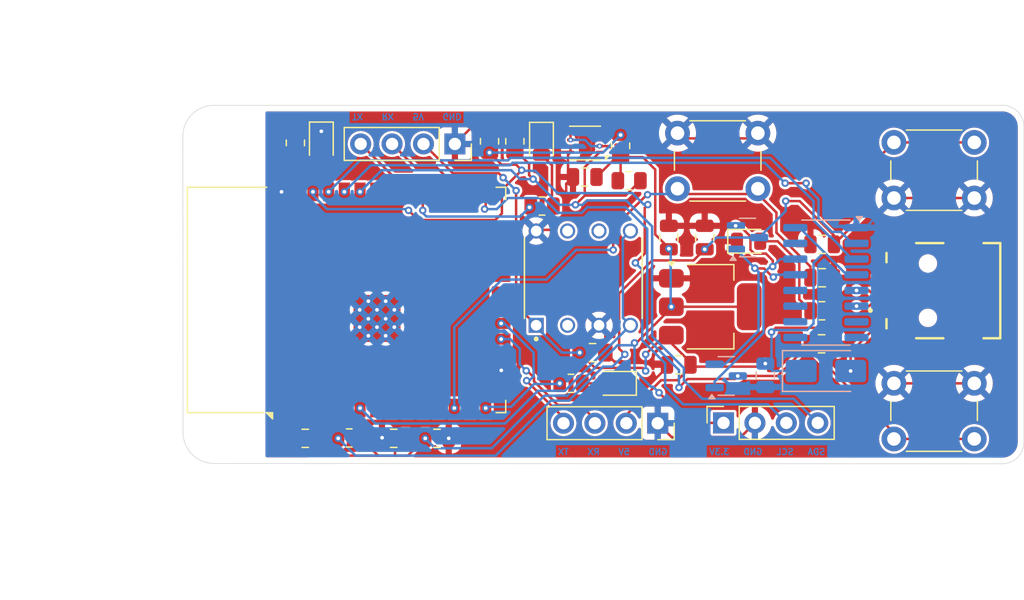
<source format=kicad_pcb>
(kicad_pcb (version 20240108) (generator "pcbnew") (generator_version "8.0")
  (layers (0 "F.Cu" signal) (31 "B.Cu" signal) (34 "B.Paste" user) (35 "F.Paste" user) (36 "B.SilkS" user "B.Silkscreen") (37 "F.SilkS" user "F.Silkscreen") (38 "B.Mask" user) (39 "F.Mask" user) (44 "Edge.Cuts" user))
  (net 0 "")
  (net 1 "GND")
  (net 2 "5V")
  (net 3 "ESP_EN")
  (net 4 "ESP_IO0")
  (net 5 "/BTN")
  (net 6 "3V3")
  (net 7 "Net-(D2-A)")
  (net 8 "Net-(D1-A)")
  (net 9 "/RXD2")
  (net 10 "/TXD2")
  (net 11 "/RXD1")
  (net 12 "/TXD1")
  (net 13 "/SCL")
  (net 14 "Net-(D3-A)")
  (net 15 "Net-(D4-A)")
  (net 16 "/SDA")
  (net 17 "Net-(Q1-G)")
  (net 18 "Net-(D5-A)")
  (net 19 "Net-(Q1-S)")
  (net 20 "Net-(U3-IO23)")
  (net 21 "Net-(U3-IO5)")
  (net 22 "Net-(U3-IO12)")
  (net 24 "RXD0")
  (net 29 "TXD0")
  (net 37 "/ADC0")
  (net 54 "/USB_N")
  (net 55 "/USB_P")
  (footprint "Capacitor_SMD:C_0805_2012Metric" (layer "F.Cu") (at 130.1 76.5 180)
    (property "Reference" "C1" (hide yes))
    (property "Value" "22uF/10V" (hide yes))
  )
  (footprint "Resistor_SMD:R_0805_2012Metric" (layer "F.Cu") (at 121.3875 78)
    (property "Reference" "R7" (hide yes))
    (property "Value" "2k" (hide yes))
  )
  (footprint "Capacitor_SMD:C_0805_2012Metric" (layer "F.Cu") (at 129.3 66.2 90)
    (property "Reference" "C2" (hide yes))
    (property "Value" "22uF/10V" (hide yes))
  )
  (footprint "Capacitor_SMD:C_0805_2012Metric" (layer "F.Cu") (at 107.05 82.45)
    (property "Reference" "C8" (hide yes))
    (property "Value" "0.1uF/50V" (hide yes))
  )
  (footprint "Capacitor_SMD:C_0805_2012Metric" (layer "F.Cu") (at 99.9 82.45)
    (property "Reference" "C6" (hide yes))
    (property "Value" "0.1uF/50V" (hide yes))
  )
  (footprint "Button_Switch_THT:SW_PUSH_6mm" (layer "F.Cu") (at 130 57.75)
    (property "Reference" "SW3" (hide yes))
    (property "Value" "SW_Push" (hide yes))
  )
  (footprint "Resistor_SMD:R_0805_2012Metric" (layer "F.Cu") (at 99.1 58.5375 90)
    (property "Reference" "R5" (hide yes))
    (property "Value" "2k" (hide yes))
  )
  (footprint "Resistor_SMD:R_0805_2012Metric" (layer "F.Cu") (at 103.45 82.42 180)
    (property "Reference" "R2" (hide yes))
    (property "Value" "10k" (hide yes))
  )
  (footprint "Package_TO_SOT_SMD:SOT-223-3_TabPin2" (layer "F.Cu") (at 132.65 71.8)
    (property "Reference" "U1" (hide yes))
    (property "Value" "AMS1117-3.3" (hide yes))
  )
  (footprint "Connector_PinSocket_2.54mm:PinSocket_1x04_P2.54mm_Vertical" (layer "F.Cu") (at 128.4 81.225 -90)
    (property "Reference" "J3" (hide yes))
    (property "Value" "Conn_01x04_Socket" (hide yes))
  )
  (footprint "Button_Switch_THT:SW_PUSH_6mm" (layer "F.Cu") (at 154 63 180)
    (property "Reference" "SW1" (hide yes))
    (property "Value" "SW_Push" (hide yes))
  )
  (footprint "OPT101P:DIP762W46P254L952H419Q8" (layer "F.Cu") (at 122.3825 69.485 90)
    (property "Reference" "U4" (hide yes))
    (property "Value" "OPT101P" (hide yes))
  )
  (footprint "Capacitor_SMD:C_0805_2012Metric" (layer "F.Cu") (at 110.55 82.45 180)
    (property "Reference" "C7" (hide yes))
    (property "Value" "22uF/10V" (hide yes))
  )
  (footprint "Capacitor_SMD:C_0805_2012Metric" (layer "F.Cu") (at 132.2 66.2 -90)
    (property "Reference" "C4" (hide yes))
    (property "Value" "1uF" (hide yes))
  )
  (footprint "Capacitor_SMD:C_0805_2012Metric_Pad1.18x1.45mm_HandSolder" (layer "F.Cu") (at 123.1275 75.515 180)
    (property "Reference" "C11" (hide yes))
    (property "Value" "0.1uF" (hide yes))
  )
  (footprint "Connector_PinSocket_2.54mm:PinSocket_1x04_P2.54mm_Vertical" (layer "F.Cu") (at 133.72 81.2 90)
    (property "Reference" "J4" (hide yes))
    (property "Value" "Conn_01x04_Socket" (hide yes))
  )
  (footprint "Button_Switch_THT:SW_PUSH_6mm" (layer "F.Cu") (at 147.5 78)
    (property "Reference" "SW2" (hide yes))
    (property "Value" "SW_Push" (hide yes))
  )
  (footprint "LED_SMD:LED_0805_2012Metric" (layer "F.Cu") (at 124.9875 78 180)
    (property "Reference" "D5" (hide yes))
    (property "Value" "LED" (hide yes))
  )
  (footprint "Resistor_SMD:R_0805_2012Metric" (layer "F.Cu") (at 125.4 58.775 90)
    (property "Reference" "R9" (hide yes))
    (property "Value" "4.7k" (hide yes))
  )
  (footprint "Resistor_SMD:R_0805_2012Metric" (layer "F.Cu") (at 141.68 72.126666 180)
    (property "Reference" "R1" (hide yes))
    (property "Value" "2k" (hide yes))
  )
  (footprint "Capacitor_SMD:C_0805_2012Metric" (layer "F.Cu") (at 141.7 69.453333 180)
    (property "Reference" "C10" (hide yes))
    (property "Value" "0.1uF/50V" (hide yes))
  )
  (footprint "Connector_PinSocket_2.54mm:PinSocket_1x04_P2.54mm_Vertical" (layer "F.Cu") (at 112 58.625 -90)
    (property "Reference" "J2" (hide yes))
    (property "Value" "Conn_01x04_Socket" (hide yes))
  )
  (footprint "Capacitor_SMD:C_0805_2012Metric" (layer "F.Cu") (at 122.5 61.3)
    (property "Reference" "C12" (hide yes))
    (property "Value" "100nF" (hide yes))
  )
  (footprint "Capacitor_SMD:C_0805_2012Metric" (layer "F.Cu") (at 141.7 66.75)
    (property "Reference" "C5" (hide yes))
    (property "Value" "0.1uF/50V" (hide yes))
  )
  (footprint "Resistor_SMD:R_0805_2012Metric" (layer "F.Cu") (at 119.05 63.65)
    (property "Reference" "R6" (hide yes))
    (property "Value" "2k" (hide yes))
  )
  (footprint "Resistor_SMD:R_0805_2012Metric" (layer "F.Cu") (at 114.8 58.4125 90)
    (property "Reference" "R4" (hide yes))
    (property "Value" "2k2" (hide yes))
  )
  (footprint "Sensor_Humidity:Sensirion_DFN-8-1EP_2.5x2.5mm_P0.5mm_EP1.1x1.7mm" (layer "F.Cu") (at 122.525 58.55 180)
    (property "Reference" "U5" (hide yes))
    (property "Value" "SHT31-DIS" (hide yes))
  )
  (footprint "RF_Module:ESP32-WROOM-32D" (layer "F.Cu") (at 106.23 71.25 90)
    (property "Reference" "U3" (hide yes))
    (property "Value" "ESP32-WROOM-32D" (hide yes))
  )
  (footprint "Capacitor_SMD:C_0805_2012Metric" (layer "F.Cu") (at 141.65 74.8 180)
    (property "Reference" "C9" (hide yes))
    (property "Value" "0.1uF/50V" (hide yes))
  )
  (footprint "LED_SMD:LED_0805_2012Metric" (layer "F.Cu") (at 135.75 66.5)
    (property "Reference" "D1" (hide yes))
    (property "Value" "RED LED" (hide yes))
  )
  (footprint "Resistor_SMD:R_0805_2012Metric" (layer "F.Cu") (at 116.85 58.4125 90)
    (property "Reference" "R3" (hide yes))
    (property "Value" "2k2" (hide yes))
  )
  (footprint "USB_B_Micro:SAMTEC_MUSB-05-X-AB-SM-A" (layer "F.Cu") (at 150.25 70.5 90)
    (property "Reference" "J1" (hide yes))
    (property "Value" "USB_B_Micro" (hide yes))
  )
  (footprint "LED_SMD:LED_0805_2012Metric" (layer "F.Cu") (at 101.2 58.5375 -90)
    (property "Reference" "D3" (hide yes))
    (property "Value" "LED" (hide yes))
  )
  (footprint "LED_SMD:LED_0805_2012Metric" (layer "F.Cu") (at 119 58.5625 -90)
    (property "Reference" "D4" (hide yes))
    (property "Value" "LED" (hide yes))
  )
  (footprint "Resistor_SMD:R_0805_2012Metric" (layer "F.Cu") (at 126.0875 61.6)
    (property "Reference" "R8" (hide yes))
    (property "Value" "4.7k" (hide yes))
  )
  (footprint "Package_SO:SOIC-16_3.9x9.9mm_P1.27mm" (layer "B.Cu") (at 142 69.845 180)
    (property "Reference" "U2" (hide yes))
    (property "Value" "CH340C" (hide yes))
  )
  (footprint "Capacitor_SMD:C_0805_2012Metric" (layer "B.Cu") (at 137.1 77.35 -90)
    (property "Reference" "C3" (hide yes))
    (property "Value" "100nF" (hide yes))
  )
  (footprint "Package_TO_SOT_SMD:SOT-23" (layer "B.Cu") (at 135.6625 66.2)
    (property "Reference" "Q1" (hide yes))
    (property "Value" "BSS138" (hide yes))
  )
  (footprint "Package_TO_SOT_SMD:SOT-23" (layer "B.Cu") (at 133.9375 77.4)
    (property "Reference" "Q2" (hide yes))
    (property "Value" "BSS138" (hide yes))
  )
  (footprint "Diode_SMD:D_SMA" (layer "B.Cu") (at 142 77)
    (property "Reference" "D2" (hide yes))
    (property "Value" "SS14" (hide yes))
  )
  (gr_line (start 90.017767 81.982233) (end 90 58) (stroke (width 0.05)) (layer "Edge.Cuts"))
  (gr_line (start 156.262563 84.512563) (end 92.517767 84.482233) (stroke (width 0.05)) (layer "Edge.Cuts"))
  (gr_arc (start 156.263333 55.495595) (mid 157.5 56) (end 158.013333 57.232987) (stroke (width 0.05)) (layer "Edge.Cuts"))
  (gr_line (start 158.012563 57.237437) (end 158.012563 82.762563) (stroke (width 0.05)) (layer "Edge.Cuts"))
  (gr_arc (start 92.517767 84.482233) (mid 90.75 83.75) (end 90.017767 81.982233) (stroke (width 0.05)) (layer "Edge.Cuts"))
  (gr_line (start 92.5 55.5) (end 156.262563 55.5) (stroke (width 0.05)) (layer "Edge.Cuts"))
  (gr_arc (start 90 58) (mid 90.732233 56.232233) (end 92.5 55.5) (stroke (width 0.05)) (layer "Edge.Cuts"))
  (gr_arc (start 158.012563 82.762563) (mid 157.5 84) (end 156.262563 84.512563) (stroke (width 0.05)) (layer "Edge.Cuts"))
  (gr_text "User\n" (at 128.375 58.9 90) (layer "F.Cu") (effects (font (size 0.5 0.5) (thickness 0.1) (bold yes)) (justify left bottom)))
  (gr_text "Boot" (at 145.75 83.5 90) (layer "F.Cu") (effects (font (size 0.5 0.5) (thickness 0.1) (bold yes)) (justify left bottom)))
  (gr_text "En\n" (at 145.8 64.4 90) (layer "F.Cu") (effects (font (size 0.5 0.5) (thickness 0.1) (bold yes)) (justify left bottom)))
  (gr_text "SDA   SCL   GND   3.3V    \n\n\n\n" (at 142 86.25 0) (layer "B.Cu") (effects (font (size 0.5 0.5) (thickness 0.1) (bold yes)) (justify left bottom mirror)))
  (gr_text " TX    RX    5V    GND\n\n\n" (at 103.25 54.5 180) (layer "B.Cu") (effects (font (size 0.5 0.5) (thickness 0.1) (bold yes)) (justify left bottom mirror)))
  (gr_text "GND    5V    RX    TX\n\n\n\n" (at 129.25 86.25 0) (layer "B.Cu") (effects (font (size 0.5 0.5) (thickness 0.1) (bold yes)) (justify left bottom mirror)))
  (segment (start 125.925 77.6) (end 126.025 77.5) (width 0.2) (layer "F.Cu") (net 1))
  (segment (start 118.0625 56.6875) (end 119 57.625) (width 0.2) (layer "F.Cu") (net 1))
  (segment (start 129.15 76.7) (end 129.15 76.5) (width 0.2) (layer "F.Cu") (net 1))
  (segment (start 121.55 61.3) (end 121.15 60.9) (width 0.2) (layer "F.Cu") (net 1))
  (segment (start 126.175 78.25) (end 127.6 78.25) (width 0.2) (layer "F.Cu") (net 1))
  (segment (start 98.95 82.45) (end 97.98 81.48) (width 0.2) (layer "F.Cu") (net 1))
  (segment (start 121.55 61.3) (end 121 61.85) (width 0.2) (layer "F.Cu") (net 1))
  (segment (start 112 58.625) (end 113.9375 56.6875) (width 0.2) (layer "F.Cu") (net 1))
  (segment (start 129.3 65.25) (end 132.2 65.25) (width 0.2) (layer "F.Cu") (net 1))
  (segment (start 129.525 82.35) (end 135.11 82.35) (width 0.2) (layer "F.Cu") (net 1))
  (segment (start 124.165 73.8125) (end 123.6525 73.3) (width 0.2) (layer "F.Cu") (net 1))
  (segment (start 122.275 58.8) (end 121.35 58.8) (width 0.2) (layer "F.Cu") (net 1))
  (segment (start 124.165 75.515) (end 124.165 73.8125) (width 0.2) (layer "F.Cu") (net 1))
  (segment (start 119.675 65.575) (end 118.375 65.575) (width 0.2) (layer "F.Cu") (net 1))
  (segment (start 124.165 75.515) (end 124.9 76.25) (width 0.2) (layer "F.Cu") (net 1))
  (segment (start 121 61.85) (end 121 64.25) (width 0.2) (layer "F.Cu") (net 1))
  (segment (start 129.5 69.5) (end 131.8125 69.5) (width 0.2) (layer "F.Cu") (net 1))
  (segment (start 122.525 58.55) (end 122.275 58.8) (width 0.2) (layer "F.Cu") (net 1))
  (segment (start 136.5 58.175) (end 130 58.175) (width 0.2) (layer "F.Cu") (net 1))
  (segment (start 125.925 78) (end 126.175 78.25) (width 0.2) (layer "F.Cu") (net 1))
  (segment (start 122.525 58.55) (end 122.525 57.695) (width 0.2) (layer "F.Cu") (net 1))
  (segment (start 113.9375 56.6875) (end 118.0625 56.6875) (width 0.2) (layer "F.Cu") (net 1))
  (segment (start 131.8125 69.5) (end 134.8125 66.5) (width 0.2) (layer "F.Cu") (net 1))
  (segment (start 135.11 82.35) (end 136.26 81.2) (width 0.2) (layer "F.Cu") (net 1))
  (segment (start 147.5 63) (end 154 63) (width 0.2) (layer "F.Cu") (net 1))
  (segment (start 119.275 57.35) (end 119 57.625) (width 0.2) (layer "F.Cu") (net 1))
  (segment (start 147.5 78) (end 154 78) (width 0.2) (layer "F.Cu") (net 1))
  (segment (start 121.35 58.8) (end 121.35 59.3) (width 0.2) (layer "F.Cu") (net 1))
  (segment (start 128.9 76.25) (end 129.15 76.5) (width 0.2) (layer "F.Cu") (net 1))
  (segment (start 121 64.25) (end 119.675 65.575) (width 0.2) (layer "F.Cu") (net 1))
  (segment (start 127.6 78.25) (end 129.15 76.7) (width 0.2) (layer "F.Cu") (net 1))
  (segment (start 122.18 57.35) (end 119.275 57.35) (width 0.2) (layer "F.Cu") (net 1))
  (segment (start 121.15 59.5) (end 121.35 59.3) (width 0.2) (layer "F.Cu") (net 1))
  (segment (start 121.15 60.9) (end 121.15 59.5) (width 0.2) (layer "F.Cu") (net 1))
  (segment (start 97.98 81.48) (end 97.98 80) (width 0.2) (layer "F.Cu") (net 1))
  (segment (start 128.4 81.225) (end 129.525 82.35) (width 0.2) (layer "F.Cu") (net 1))
  (segment (start 122.525 57.695) (end 122.18 57.35) (width 0.2) (layer "F.Cu") (net 1))
  (segment (start 124.9 76.25) (end 128.9 76.25) (width 0.2) (layer "F.Cu") (net 1))
  (via (at 111.5 82.45) (size 0.6) (drill 0.3) (layers "F.Cu" "B.Cu") (net 1))
  (via (at 101.2 57.6) (size 0.6) (drill 0.3) (layers "F.Cu" "B.Cu") (net 1))
  (via (at 106.1125 82.4) (size 0.6) (drill 0.3) (layers "F.Cu" "B.Cu") (net 1))
  (via (at 115.75 76.95) (size 0.6) (drill 0.3) (layers "F.Cu" "B.Cu") (net 1))
  (via (at 97.98 62.5) (size 0.6) (drill 0.3) (layers "F.Cu" "B.Cu") (net 1))
  (segment (start 145.2 65.4) (end 147.5 63.1) (width 0.2) (layer "B.Cu") (net 1))
  (segment (start 144.475 65.4) (end 145.2 65.4) (width 0.2) (layer "B.Cu") (net 1))
  (segment (start 147.5 63.1) (end 147.5 63) (width 0.2) (layer "B.Cu") (net 1))
  (segment (start 127.175 76.75) (end 123.325 76.75) (width 0.2) (layer "F.Cu") (net 2))
  (segment (start 118.5725 73.3) (end 116.95 71.6775) (width 0.2) (layer "F.Cu") (net 2))
  (segment (start 137.95 73.5) (end 141.219166 73.5) (width 0.2) (layer "F.Cu") (net 2))
  (segment (start 130 77.75) (end 128.665686 77.75) (width 0.2) (layer "F.Cu") (net 2))
  (segment (start 136.85 76.65) (end 137.1 76.4) (width 0.2) (layer "F.Cu") (net 2))
  (segment (start 125.86 81.225) (end 125.875 81.225) (width 0.2) (layer "F.Cu") (net 2))
  (segment (start 129.6 74.1) (end 129.6 74.85) (width 0.2) (layer "F.Cu") (net 2))
  (segment (start 115.55 61) (end 115.9 61.35) (width 0.2) (layer "F.Cu") (net 2))
  (segment (start 128.975 74.1) (end 129.6 74.1) (width 0.2) (layer "F.Cu") (net 2))
  (segment (start 109.46 58.625) (end 111.835 61) (width 0.2) (layer "F.Cu") (net 2))
  (segment (start 129.6 74.85) (end 131.05 76.3) (width 0.2) (layer "F.Cu") (net 2))
  (segment (start 127.425 77) (end 127.175 76.75) (width 0.2) (layer "F.Cu") (net 2))
  (segment (start 131.2 76.65) (end 136.85 76.65) (width 0.2) (layer "F.Cu") (net 2))
  (segment (start 131.05 76.3) (end 131.05 76.7) (width 0.2) (layer "F.Cu") (net 2))
  (segment (start 131.05 76.5) (end 131.2 76.65) (width 0.2) (layer "F.Cu") (net 2))
  (segment (start 125.86 80.555686) (end 125.86 81.225) (width 0.2) (layer "F.Cu") (net 2))
  (segment (start 127.425 75.65) (end 128.975 74.1) (width 0.2) (layer "F.Cu") (net 2))
  (segment (start 125.875 81.225) (end 125.9 81.2) (width 0.2) (layer "F.Cu") (net 2))
  (segment (start 131.05 76.7) (end 130 77.75) (width 0.2) (layer "F.Cu") (net 2))
  (segment (start 141.219166 73.5) (end 142.5925 72.126666) (width 0.2) (layer "F.Cu") (net 2))
  (segment (start 137.6 73.85) (end 137.95 73.5) (width 0.2) (layer "F.Cu") (net 2))
  (segment (start 116.95 62.4) (end 116.95 71.6775) (width 0.2) (layer "F.Cu") (net 2))
  (segment (start 128.665686 77.75) (end 125.86 80.555686) (width 0.2) (layer "F.Cu") (net 2))
  (segment (start 123.325 76.75) (end 122.09 75.515) (width 0.2) (layer "F.Cu") (net 2))
  (segment (start 111.835 61) (end 115.55 61) (width 0.2) (layer "F.Cu") (net 2))
  (via (at 127.425 77) (size 0.6) (drill 0.3) (layers "F.Cu" "B.Cu") (net 2))
  (via (at 137.1 76.4) (size 0.6) (drill 0.3) (layers "F.Cu" "B.Cu") (net 2))
  (via (at 122.09 75.515) (size 0.6) (drill 0.3) (layers "F.Cu" "B.Cu") (net 2))
  (via (at 115.9 61.35) (size 0.6) (drill 0.3) (layers "F.Cu" "B.Cu") (net 2))
  (via (at 127.425 75.65) (size 0.6) (drill 0.3) (layers "F.Cu" "B.Cu") (net 2))
  (via (at 116.95 62.4) (size 0.6) (drill 0.3) (layers "F.Cu" "B.Cu") (net 2))
  (via (at 137.6 73.85) (size 0.6) (drill 0.3) (layers "F.Cu" "B.Cu") (net 2))
  (segment (start 139.870552 65.4) (end 139.525 65.4) (width 0.2) (layer "B.Cu") (net 2))
  (segment (start 137.7 77) (end 137.1 76.4) (width 0.2) (layer "B.Cu") (net 2))
  (segment (start 141.860276 67.389724) (end 139.870552 65.4) (width 0.2) (layer "B.Cu") (net 2))
  (segment (start 137.6 73.85) (end 137.76 73.69) (width 0.2) (layer "B.Cu") (net 2))
  (segment (start 127.425 75.65) (end 127.425 77) (width 0.2) (layer "B.Cu") (net 2))
  (segment (start 140 77) (end 137.7 77) (width 0.2) (layer "B.Cu") (net 2))
  (segment (start 118.39 73.205) (end 118.375 73.205) (width 0.2) (layer "B.Cu") (net 2))
  (segment (start 137.6 75.9) (end 137.1 76.4) (width 0.2) (layer "B.Cu") (net 2))
  (segment (start 122.09 75.515) (end 120.65125 75.515) (width 0.2) (layer "B.Cu") (net 2))
  (segment (start 137.76 73.69) (end 140.470552 73.69) (width 0.2) (layer "B.Cu") (net 2))
  (segment (start 144.475 69.21) (end 143.680552 69.21) (width 0.2) (layer "B.Cu") (net 2))
  (segment (start 115.9 61.35) (end 116.95 62.4) (width 0.2) (layer "B.Cu") (net 2))
  (segment (start 141 68.25) (end 141.860276 67.389724) (width 0.2) (layer "B.Cu") (net 2))
  (segment (start 140.470552 73.69) (end 141 73.160552) (width 0.2) (layer "B.Cu") (net 2))
  (segment (start 137.6 73.85) (end 137.6 75.9) (width 0.2) (layer "B.Cu") (net 2))
  (segment (start 120.65125 75.515) (end 118.5725 73.43625) (width 0.2) (layer "B.Cu") (net 2))
  (segment (start 143.680552 69.21) (end 141.860276 67.389724) (width 0.2) (layer "B.Cu") (net 2))
  (segment (start 141 73.160552) (end 141 68.25) (width 0.2) (layer "B.Cu") (net 2))
  (segment (start 118.5725 73.43625) (end 118.5725 73.3) (width 0.2) (layer "B.Cu") (net 2))
  (segment (start 125.741303 75.65) (end 125.2825 75.191197) (width 0.2) (layer "F.Cu") (net 3))
  (segment (start 127.95 68.05) (end 131.3 68.05) (width 0.2) (layer "F.Cu") (net 3))
  (segment (start 144.942091 64.457909) (end 144.878609 64.394427) (width 0.2) (layer "F.Cu") (net 3))
  (segment (start 100.6 80.08) (end 100.52 80) (width 0.2) (layer "F.Cu") (net 3))
  (segment (start 100.6 82.2) (end 100.6 80.08) (width 0.2) (layer "F.Cu") (net 3))
  (segment (start 142.65 66.025) (end 142.65 66.75) (width 0.2) (layer "F.Cu") (net 3))
  (segment (start 125.2825 70.7175) (end 127.95 68.05) (width 0.2) (layer "F.Cu") (net 3))
  (segment (start 131.3 68.05) (end 132.2 67.15) (width 0.2) (layer "F.Cu") (net 3))
  (segment (start 144.878609 61.121391) (end 147.5 58.5) (width 0.2) (layer "F.Cu") (net 3))
  (segment (start 100.5675 82.1675) (end 100.85 82.45) (width 0.2) (layer "F.Cu") (net 3))
  (segment (start 102.5375 82.425) (end 102.5375 82.42) (width 0.2) (layer "F.Cu") (net 3))
  (segment (start 138.75 63.25) (end 139.875 63.25) (width 0.2) (layer "F.Cu") (net 3))
  (segment (start 102.5075 82.45) (end 102.5075 82.45) (width 0.2) (layer "F.Cu") (net 3))
  (segment (start 102.5625 82.45) (end 102.5075 82.45) (width 0.2) (layer "F.Cu") (net 3))
  (segment (start 102.5075 82.45) (end 102.5125 82.445) (width 0.2) (layer "F.Cu") (net 3))
  (segment (start 102.5125 82.445) (end 102.5125 82.45) (width 0.2) (layer "F.Cu") (net 3))
  (segment (start 100.85 82.45) (end 100.6 82.2) (width 0.2) (layer "F.Cu") (net 3))
  (segment (start 154 58.5) (end 147.5 58.5) (width 0.2) (layer "F.Cu") (net 3))
  (segment (start 139.875 63.25) (end 142.65 66.025) (width 0.2) (layer "F.Cu") (net 3))
  (segment (start 142.65 66.75) (end 144.942091 64.457909) (width 0.2) (layer "F.Cu") (net 3))
  (segment (start 100.85 82.45) (end 102.5075 82.45) (width 0.2) (layer "F.Cu") (net 3))
  (segment (start 125.2825 75.191197) (end 125.2825 70.7175) (width 0.2) (layer "F.Cu") (net 3))
  (segment (start 102.5625 82.45) (end 102.5375 82.425) (width 0.2) (layer "F.Cu") (net 3))
  (segment (start 144.878609 64.394427) (end 144.878609 61.121391) (width 0.2) (layer "F.Cu") (net 3))
  (segment (start 102.5125 82.45) (end 102.5075 82.45) (width 0.2) (layer "F.Cu") (net 3))
  (via (at 102.5625 82.45) (size 0.6) (drill 0.3) (layers "F.Cu" "B.Cu") (net 3))
  (via (at 125.741303 75.65) (size 0.6) (drill 0.3) (layers "F.Cu" "B.Cu") (net 3))
  (via (at 132.2 67.15) (size 0.6) (drill 0.3) (layers "F.Cu" "B.Cu") (net 3))
  (via (at 138.75 63.25) (size 0.6) (drill 0.3) (layers "F.Cu" "B.Cu") (net 3))
  (segment (start 121.231372 79.4) (end 119.75 79.4) (width 0.2) (layer "B.Cu") (net 3))
  (segment (start 132.2 67.15) (end 133.15 66.2) (width 0.2) (layer "B.Cu") (net 3))
  (segment (start 138.75 63.25) (end 138.75 64.05) (width 0.2) (layer "B.Cu") (net 3))
  (segment (start 119.75 79.4) (end 115.3 83.85) (width 0.2) (layer "B.Cu") (net 3))
  (segment (start 115.3 83.85) (end 103.9625 83.85) (width 0.2) (layer "B.Cu") (net 3))
  (segment (start 124.741303 76.65) (end 123.981372 76.65) (width 0.2) (layer "B.Cu") (net 3))
  (segment (start 133.15 66.2) (end 136.6 66.2) (width 0.2) (layer "B.Cu") (net 3))
  (segment (start 103.9625 83.85) (end 102.5625 82.45) (width 0.2) (layer "B.Cu") (net 3))
  (segment (start 125.741303 75.65) (end 124.741303 76.65) (width 0.2) (layer "B.Cu") (net 3))
  (segment (start 138.75 64.05) (end 136.6 66.2) (width 0.2) (layer "B.Cu") (net 3))
  (segment (start 123.981372 76.65) (end 121.231372 79.4) (width 0.2) (layer "B.Cu") (net 3))
  (segment (start 114.4 63.9) (end 114.49 63.81) (width 0.2) (layer "F.Cu") (net 4))
  (segment (start 138.1 77.4) (end 134.875 77.4) (width 0.2) (layer "F.Cu") (net 4))
  (segment (start 114.49 63.81) (end 114.49 62.5) (width 0.2) (layer "F.Cu") (net 4))
  (segment (start 130.11767 78.338349) (end 130.806019 77.65) (width 0.2) (layer "F.Cu") (net 4))
  (segment (start 154 82.5) (end 147.5 82.5) (width 0.2) (layer "F.Cu") (net 4))
  (segment (start 134.625 77.65) (end 134.875 77.4) (width 0.2) (layer "F.Cu") (net 4))
  (segment (start 140.7 75.2) (end 140.7 74.8) (width 0.2) (layer "F.Cu") (net 4))
  (segment (start 147.5 82) (end 140.7 75.2) (width 0.2) (layer "F.Cu") (net 4))
  (segment (start 140.7 74.8) (end 138.1 77.4) (width 0.2) (layer "F.Cu") (net 4))
  (segment (start 147.5 82.5) (end 147.5 82) (width 0.2) (layer "F.Cu") (net 4))
  (segment (start 130.806019 77.65) (end 134.625 77.65) (width 0.2) (layer "F.Cu") (net 4))
  (via (at 114.4 63.9) (size 0.6) (drill 0.3) (layers "F.Cu" "B.Cu") (net 4))
  (via (at 130.11767 78.338349) (size 0.6) (drill 0.3) (layers "F.Cu" "B.Cu") (net 4))
  (via (at 134.875 77.4) (size 0.6) (drill 0.3) (layers "F.Cu" "B.Cu") (net 4))
  (segment (start 114.4 63.9) (end 115.385785 63.9) (width 0.2) (layer "B.Cu") (net 4))
  (segment (start 122.248529 64.2) (end 122.698529 63.75) (width 0.2) (layer "B.Cu") (net 4))
  (segment (start 127.55 65.5) (end 127.55 74.360784) (width 0.2) (layer "B.Cu") (net 4))
  (segment (start 119.15 63) (end 120.35 64.2) (width 0.2) (layer "B.Cu") (net 4))
  (segment (start 115.385785 63.9) (end 116.285785 63) (width 0.2) (layer "B.Cu") (net 4))
  (segment (start 120.35 64.2) (end 122.248529 64.2) (width 0.2) (layer "B.Cu") (net 4))
  (segment (start 116.285785 63) (end 119.15 63) (width 0.2) (layer "B.Cu") (net 4))
  (segment (start 130.11767 76.928454) (end 130.11767 78.338349) (width 0.2) (layer "B.Cu") (net 4))
  (segment (start 122.698529 63.75) (end 125.8 63.75) (width 0.2) (layer "B.Cu") (net 4))
  (segment (start 125.8 63.75) (end 127.55 65.5) (width 0.2) (layer "B.Cu") (net 4))
  (segment (start 127.55 74.360784) (end 130.11767 76.928454) (width 0.2) (layer "B.Cu") (net 4))
  (segment (start 127.51548 62.73452) (end 124.8 65.45) (width 0.2) (layer "F.Cu") (net 5))
  (segment (start 136.5 62.675) (end 130 62.675) (width 0.2) (layer "F.Cu") (net 5))
  (segment (start 127.579994 62.73452) (end 127.51548 62.73452) (width 0.2) (layer "F.Cu") (net 5))
  (segment (start 140.75 69.453333) (end 140.75 68.55) (width 0.2) (layer "F.Cu") (net 5))
  (segment (start 138 64.175) (end 136.5 62.675) (width 0.2) (layer "F.Cu") (net 5))
  (segment (start 138 65.8) (end 138 64.175) (width 0.2) (layer "F.Cu") (net 5))
  (segment (start 124.8 65.45) (end 124.8 67.2) (width 0.2) (layer "F.Cu") (net 5))
  (segment (start 140.75 68.55) (end 138 65.8) (width 0.2) (layer "F.Cu") (net 5))
  (via (at 127.579994 62.73452) (size 0.6) (drill 0.3) (layers "F.Cu" "B.Cu") (net 5))
  (via (at 124.8 67.2) (size 0.6) (drill 0.3) (layers "F.Cu" "B.Cu") (net 5))
  (via (at 111.95 80) (size 0.6) (drill 0.3) (layers "F.Cu" "B.Cu") (net 5))
  (segment (start 124.8 67.2) (end 121.8 67.2) (width 0.2) (layer "B.Cu") (net 5))
  (segment (start 115.8 69.6) (end 111.95 73.45) (width 0.2) (layer "B.Cu") (net 5))
  (segment (start 127.579994 62.73452) (end 127.639514 62.675) (width 0.2) (layer "B.Cu") (net 5))
  (segment (start 111.95 73.45) (end 111.95 80) (width 0.2) (layer "B.Cu") (net 5))
  (segment (start 127.639514 62.675) (end 130 62.675) (width 0.2) (layer "B.Cu") (net 5))
  (segment (start 121.8 67.2) (end 119.4 69.6) (width 0.2) (layer "B.Cu") (net 5))
  (segment (start 119.4 69.6) (end 115.8 69.6) (width 0.2) (layer "B.Cu") (net 5))
  (segment (start 128.2 65.95) (end 128.2 60.7) (width 0.2) (layer "F.Cu") (net 6))
  (segment (start 129.3 67.1) (end 129.3 67.05) (width 0.2) (layer "F.Cu") (net 6))
  (segment (start 108 82.45) (end 107.1625 83.2875) (width 0.2) (layer "F.Cu") (net 6))
  (segment (start 114.8 57.5) (end 116.85 57.5) (width 0.2) (layer "F.Cu") (net 6))
  (segment (start 125.4 59.6875) (end 125.4 61.375) (width 0.2) (layer "F.Cu") (net 6))
  (segment (start 125.4 61.4) (end 125.2 61.6) (width 0.2) (layer "F.Cu") (net 6))
  (segment (start 127.1875 59.6875) (end 125.4 59.6875) (width 0.2) (layer "F.Cu") (net 6))
  (segment (start 133.72 81.2) (end 130.95 81.2) (width 0.2) (layer "F.Cu") (net 6))
  (segment (start 117.9 58.55) (end 119.75 58.55) (width 0.2) (layer "F.Cu") (net 6))
  (segment (start 109.6 82.45) (end 109.6 82.45) (width 0.2) (layer "F.Cu") (net 6))
  (segment (start 120.5 57.8) (end 121.35 57.8) (width 0.2) (layer "F.Cu") (net 6))
  (segment (start 129.5 71.9) (end 129.5 71.8) (width 0.2) (layer "F.Cu") (net 6))
  (segment (start 121.35 58.3) (end 121.35 57.8) (width 0.2) (layer "F.Cu") (net 6))
  (segment (start 129.5 71.8) (end 135.8 71.8) (width 0.2) (layer "F.Cu") (net 6))
  (segment (start 125.4 61.375) (end 125.175 61.6) (width 0.2) (layer "F.Cu") (net 6))
  (segment (start 99.25 80.53) (end 99.25 80) (width 0.2) (layer "F.Cu") (net 6))
  (segment (start 119.75 58.55) (end 120.5 57.8) (width 0.2) (layer "F.Cu") (net 6))
  (segment (start 126.525 74.725) (end 126.675 74.725) (width 0.2) (layer "F.Cu") (net 6))
  (segment (start 99.9 83.009744) (end 99.9 81.18) (width 0.2) (layer "F.Cu") (net 6))
  (segment (start 129.3 67.05) (end 128.2 65.95) (width 0.2) (layer "F.Cu") (net 6))
  (segment (start 130.95 81.2) (end 128.507108 78.757108) (width 0.2) (layer "F.Cu") (net 6))
  (segment (start 125.0625 59.6875) (end 125.4 59.6875) (width 0.2) (layer "F.Cu") (net 6))
  (segment (start 108.2 83.85) (end 107.1625 83.85) (width 0.2) (layer "F.Cu") (net 6))
  (segment (start 108.2 83.85) (end 109.6 82.45) (width 0.2) (layer "F.Cu") (net 6))
  (segment (start 123.7 58.8) (end 124.5125 58.8) (width 0.2) (layer "F.Cu") (net 6))
  (segment (start 129.3 67.15) (end 129.3 67.1) (width 0.2) (layer "F.Cu") (net 6))
  (segment (start 123.45 61.3) (end 125.0625 59.6875) (width 0.2) (layer "F.Cu") (net 6))
  (segment (start 107.1625 83.2875) (end 107.1625 83.85) (width 0.2) (layer "F.Cu") (net 6))
  (segment (start 124.5125 58.8) (end 125.4 59.6875) (width 0.2) (layer "F.Cu") (net 6))
  (segment (start 105.7925 83.85) (end 100.740256 83.85) (width 0.2) (layer "F.Cu") (net 6))
  (segment (start 99.9 81.18) (end 99.25 80.53) (width 0.2) (layer "F.Cu") (net 6))
  (segment (start 126.675 74.725) (end 129.5 71.9) (width 0.2) (layer "F.Cu") (net 6))
  (segment (start 105.7925 83.85) (end 104.3625 82.42) (width 0.2) (layer "F.Cu") (net 6))
  (segment (start 128.2 60.7) (end 127.1875 59.6875) (width 0.2) (layer "F.Cu") (net 6))
  (segment (start 116.85 57.5) (end 117.9 58.55) (width 0.2) (layer "F.Cu") (net 6))
  (segment (start 125.2 61.6) (end 125.175 61.6) (width 0.2) (layer "F.Cu") (net 6))
  (segment (start 107.1625 83.85) (end 105.7925 83.85) (width 0.2) (layer "F.Cu") (net 6))
  (segment (start 100.740256 83.85) (end 99.9 83.009744) (width 0.2) (layer "F.Cu") (net 6))
  (via (at 121.35 58.3) (size 0.4) (drill 0.2) (layers "F.Cu" "B.Cu") (net 6))
  (via (at 123.7 58.8) (size 0.4) (drill 0.2) (layers "F.Cu" "B.Cu") (net 6))
  (via (at 109.6 82.45) (size 0.6) (drill 0.3) (layers "F.Cu" "B.Cu") (net 6))
  (via (at 126.525 74.725) (size 0.6) (drill 0.3) (layers "F.Cu" "B.Cu") (net 6))
  (via (at 128.507108 78.757108) (size 0.6) (drill 0.3) (layers "F.Cu" "B.Cu") (net 6))
  (via (at 129.5 71.8) (size 0.6) (drill 0.3) (layers "F.Cu" "B.Cu") (net 6))
  (via (at 129.3 67.1) (size 0.6) (drill 0.3) (layers "F.Cu" "B.Cu") (net 6))
  (segment (start 110.4 83.25) (end 109.6 82.45) (width 0.2) (layer "B.Cu") (net 6))
  (segment (start 114.984314 83.25) (end 110.4 83.25) (width 0.2) (layer "B.Cu") (net 6))
  (segment (start 123.01 58.8) (end 122.51 58.3) (width 0.2) (layer "B.Cu") (net 6))
  (segment (start 122.51 58.3) (end 121.35 58.3) (width 0.2) (layer "B.Cu") (net 6))
  (segment (start 126.525 74.725) (end 126.525 76.948529) (width 0.2) (layer "B.Cu") (net 6))
  (segment (start 129.3 67.1) (end 129.45 67.25) (width 0.2) (layer "B.Cu") (net 6))
  (segment (start 126.525 74.725) (end 126.332605 74.917395) (width 0.2) (layer "B.Cu") (net 6))
  (segment (start 127.851471 78.275) (end 128.025 78.275) (width 0.2) (layer "B.Cu") (net 6))
  (segment (start 126.525 76.948529) (end 127.851471 78.275) (width 0.2) (layer "B.Cu") (net 6))
  (segment (start 129.45 71.75) (end 129.5 71.8) (width 0.2) (layer "B.Cu") (net 6))
  (segment (start 126.332605 74.917395) (end 125.148291 74.917395) (width 0.2) (layer "B.Cu") (net 6))
  (segment (start 123.7 58.8) (end 123.01 58.8) (width 0.2) (layer "B.Cu") (net 6))
  (segment (start 121.065686 79) (end 119.234314 79) (width 0.2) (layer "B.Cu") (net 6))
  (segment (start 119.234314 79) (end 114.984314 83.25) (width 0.2) (layer "B.Cu") (net 6))
  (segment (start 125.148291 74.917395) (end 121.065686 79) (width 0.2) (layer "B.Cu") (net 6))
  (segment (start 129.45 67.25) (end 129.45 71.75) (width 0.2) (layer "B.Cu") (net 6))
  (segment (start 128.025 78.275) (end 128.507108 78.757108) (width 0.2) (layer "B.Cu") (net 6))
  (segment (start 147.37 72.1) (end 144 75.47) (width 0.2) (layer "F.Cu") (net 7))
  (segment (start 144 75.47) (end 144 77) (width 0.2) (layer "F.Cu") (net 7))
  (via (at 144 77) (size 0.6) (drill 0.3) (layers "F.Cu" "B.Cu") (net 7))
  (segment (start 138.1 66.5) (end 136.6875 66.5) (width 0.2) (layer "F.Cu") (net 8))
  (segment (start 139.85 71.209166) (end 139.85 68.25) (width 0.2) (layer "F.Cu") (net 8))
  (segment (start 139.85 68.25) (end 138.1 66.5) (width 0.2) (layer "F.Cu") (net 8))
  (segment (start 140.7675 72.126666) (end 139.85 71.209166) (width 0.2) (layer "F.Cu") (net 8))
  (segment (start 108.845 60.55) (end 110.55 60.55) (width 0.2) (layer "F.Cu") (net 9))
  (segment (start 110.55 60.55) (end 112.03 62.03) (width 0.2) (layer "F.Cu") (net 9))
  (segment (start 106.82 58.525) (end 108.845 60.55) (width 0.2) (layer "F.Cu") (net 9))
  (segment (start 112.03 62.42) (end 111.95 62.5) (width 0.2) (layer "F.Cu") (net 9))
  (segment (start 106.82 58.45) (end 106.82 58.525) (width 0.2) (layer "F.Cu") (net 9))
  (segment (start 112.03 62.03) (end 112.03 62.42) (width 0.2) (layer "F.Cu") (net 9))
  (segment (start 110 61.25) (end 107.005 61.25) (width 0.2) (layer "F.Cu") (net 10))
  (segment (start 107.005 61.25) (end 104.38 58.625) (width 0.2) (layer "F.Cu") (net 10))
  (segment (start 110.68 62.5) (end 110.76 62.42) (width 0.2) (layer "F.Cu") (net 10))
  (segment (start 110.76 62.42) (end 110.76 62.01) (width 0.2) (layer "F.Cu") (net 10))
  (segment (start 110.76 62.01) (end 110 61.25) (width 0.2) (layer "F.Cu") (net 10))
  (segment (start 117.765437 76.983093) (end 117.849276 76.983093) (width 0.2) (layer "F.Cu") (net 11))
  (segment (start 118.4 77.533817) (end 118.4 77.834314) (width 0.2) (layer "F.Cu") (net 11))
  (segment (start 122.15 79.75) (end 123.36 80.96) (width 0.2) (layer "F.Cu") (net 11))
  (segment (start 117.849276 76.983093) (end 118.4 77.533817) (width 0.2) (layer "F.Cu") (net 11))
  (segment (start 120.315686 79.75) (end 122.15 79.75) (width 0.2) (layer "F.Cu") (net 11))
  (segment (start 118.4 77.834314) (end 120.315686 79.75) (width 0.2) (layer "F.Cu") (net 11))
  (segment (start 123.36 80.96) (end 123.36 81.2) (width 0.2) (layer "F.Cu") (net 11))
  (via (at 117.765437 76.983093) (size 0.6) (drill 0.3) (layers "F.Cu" "B.Cu") (net 11))
  (via (at 115.74 74.42) (size 0.6) (drill 0.3) (layers "F.Cu" "B.Cu") (net 11))
  (segment (start 117.25 76.467656) (end 117.765437 76.983093) (width 0.2) (layer "B.Cu") (net 11))
  (segment (start 117.25 75.2) (end 117.25 76.467656) (width 0.2) (layer "B.Cu") (net 11))
  (segment (start 116.47 74.42) (end 117.25 75.2) (width 0.2) (layer "B.Cu") (net 11))
  (segment (start 115.74 74.42) (end 116.47 74.42) (width 0.2) (layer "B.Cu") (net 11))
  (segment (start 117.8 77.782346) (end 117.8 77.8) (width 0.2) (layer "F.Cu") (net 12))
  (segment (start 120.82 80.82) (end 120.82 81.2) (width 0.2) (layer "F.Cu") (net 12))
  (segment (start 117.8 77.8) (end 120.82 80.82) (width 0.2) (layer "F.Cu") (net 12))
  (via (at 117.8 77.782346) (size 0.6) (drill 0.3) (layers "F.Cu" "B.Cu") (net 12))
  (via (at 115.74 73.15) (size 0.6) (drill 0.3) (layers "F.Cu" "B.Cu") (net 12))
  (segment (start 118.365437 75.515437) (end 118.365437 77.434563) (width 0.2) (layer "B.Cu") (net 12))
  (segment (start 115.74 73.15) (end 116 73.15) (width 0.2) (layer "B.Cu") (net 12))
  (segment (start 118.365437 77.434563) (end 118.017654 77.782346) (width 0.2) (layer "B.Cu") (net 12))
  (segment (start 118.017654 77.782346) (end 117.8 77.782346) (width 0.2) (layer "B.Cu") (net 12))
  (segment (start 116 73.15) (end 118.365437 75.515437) (width 0.2) (layer "B.Cu") (net 12))
  (segment (start 116.95 60.3) (end 115.775 60.3) (width 0.2) (layer "F.Cu") (net 13))
  (segment (start 115.27 64.78) (end 109.03 64.78) (width 0.2) (layer "F.Cu") (net 13))
  (segment (start 127.35 67.495) (end 126.595 68.25) (width 0.2) (layer "F.Cu") (net 13))
  (segment (start 115.8 62.35) (end 115.8 64.25) (width 0.2) (layer "F.Cu") (net 13))
  (segment (start 115.8 64.25) (end 115.27 64.78) (width 0.2) (layer "F.Cu") (net 13))
  (segment (start 109.03 64.78) (end 108.25 64) (width 0.2) (layer "F.Cu") (net 13))
  (segment (start 117.4 60.75) (end 115.8 62.35) (width 0.2) (layer "F.Cu") (net 13))
  (segment (start 125.4 57.8625) (end 125.4 57.9) (width 0.2) (layer "F.Cu") (net 13))
  (segment (start 115.775 60.3) (end 114.8 59.325) (width 0.2) (layer "F.Cu") (net 13))
  (segment (start 125.4 57.9) (end 125.3 57.8) (width 0.2) (layer "F.Cu") (net 13))
  (segment (start 117.4 60.75) (end 116.95 60.3) (width 0.2) (layer "F.Cu") (net 13))
  (segment (start 125.3 57.8) (end 123.7 57.8) (width 0.2) (layer "F.Cu") (net 13))
  (segment (start 127.6 63.534272) (end 127.35 63.784272) (width 0.2) (layer "F.Cu") (net 13))
  (segment (start 127.35 63.784272) (end 127.35 67.495) (width 0.2) (layer "F.Cu") (net 13))
  (via (at 126.595 68.25) (size 0.6) (drill 0.3) (layers "F.Cu" "B.Cu") (net 13))
  (via (at 125.4 57.9) (size 0.6) (drill 0.3) (layers "F.Cu" "B.Cu") (net 13))
  (via (at 127.6 63.534272) (size 0.6) (drill 0.3) (layers "F.Cu" "B.Cu") (net 13))
  (via (at 108.25 64) (size 0.6) (drill 0.3) (layers "F.Cu" "B.Cu") (net 13))
  (via (at 117.4 60.75) (size 0.6) (drill 0.3) (layers "F.Cu" "B.Cu") (net 13))
  (via (at 100.52 62.5) (size 0.6) (drill 0.3) (layers "F.Cu" "B.Cu") (net 13))
  (via (at 114.8 59.325) (size 0.6) (drill 0.3) (layers "F.Cu" "B.Cu") (net 13))
  (segment (start 138.71 81.11) (end 138.71 81.25) (width 0.2) (layer "B.Cu") (net 13))
  (segment (start 123.975 59.325) (end 114.8 59.325) (width 0.2) (layer "B.Cu") (net 13))
  (segment (start 137.3 79.7) (end 138.71 81.11) (width 0.2) (layer "B.Cu") (net 13))
  (segment (start 126.35 62.6) (end 120.3 62.6) (width 0.2) (layer "B.Cu") (net 13))
  (segment (start 126.595 68.25) (end 127.15 68.805) (width 0.2) (layer "B.Cu") (net 13))
  (segment (start 100.52 62.77) (end 100.52 62.5) (width 0.2) (layer "B.Cu") (net 13))
  (segment (start 125.4 57.9) (end 123.975 59.325) (width 0.2) (layer "B.Cu") (net 13))
  (segment (start 108.15 63.9) (end 101.65 63.9) (width 0.2) (layer "B.Cu") (net 13))
  (segment (start 117.45 60.8) (end 117.4 60.75) (width 0.2) (layer "B.Cu") (net 13))
  (segment (start 129 76.37647) (end 129 78.25) (width 0.2) (layer "B.Cu") (net 13))
  (segment (start 101.65 63.9) (end 100.52 62.77) (width 0.2) (layer "B.Cu") (net 13))
  (segment (start 127.15 68.805) (end 127.15 74.52647) (width 0.2) (layer "B.Cu") (net 13))
  (segment (start 127.284272 63.534272) (end 126.35 62.6) (width 0.2) (layer "B.Cu") (net 13))
  (segment (start 120.3 62.6) (end 118.5 60.8) (width 0.2) (layer "B.Cu") (net 13))
  (segment (start 127.6 63.534272) (end 127.284272 63.534272) (width 0.2) (layer "B.Cu") (net 13))
  (segment (start 130.45 79.7) (end 137.3 79.7) (width 0.2) (layer "B.Cu") (net 13))
  (segment (start 129 78.25) (end 130.45 79.7) (width 0.2) (layer "B.Cu") (net 13))
  (segment (start 118.5 60.8) (end 117.45 60.8) (width 0.2) (layer "B.Cu") (net 13))
  (segment (start 108.25 64) (end 108.15 63.9) (width 0.2) (layer "B.Cu") (net 13))
  (segment (start 127.15 74.52647) (end 129 76.37647) (width 0.2) (layer "B.Cu") (net 13))
  (segment (start 99.35 57.625) (end 101.2 59.475) (width 0.2) (layer "F.Cu") (net 14))
  (segment (start 99.1 57.625) (end 99.35 57.625) (width 0.2) (layer "F.Cu") (net 14))
  (segment (start 119.85 63.65) (end 119.85 60.35) (width 0.2) (layer "F.Cu") (net 15))
  (segment (start 119.8 63.7) (end 119.85 63.65) (width 0.2) (layer "F.Cu") (net 15))
  (segment (start 119.85 60.35) (end 119 59.5) (width 0.2) (layer "F.Cu") (net 15))
  (segment (start 118 61.14853) (end 118 60.25) (width 0.2) (layer "F.Cu") (net 16))
  (segment (start 121.75 63.55) (end 122.5 62.8) (width 0.2) (layer "F.Cu") (net 16))
  (segment (start 122.5 62.8) (end 122.5 60.5) (width 0.2) (layer "F.Cu") (net 16))
  (segment (start 125.8 62.8) (end 122.5 62.8) (width 0.2) (layer "F.Cu") (net 16))
  (segment (start 117.075 59.325) (end 116.85 59.325) (width 0.2) (layer "F.Cu") (net 16))
  (segment (start 118.325735 61.474265) (end 118 61.14853) (width 0.2) (layer "F.Cu") (net 16))
  (segment (start 118 60.25) (end 117.075 59.325) (width 0.2) (layer "F.Cu") (net 16))
  (segment (start 117.125 59.375) (end 116.9 59.375) (width 0.2) (layer "F.Cu") (net 16))
  (segment (start 125.8 62.8) (end 127 61.6) (width 0.2) (layer "F.Cu") (net 16))
  (segment (start 122.5 60.5) (end 123.7 59.3) (width 0.2) (layer "F.Cu") (net 16))
  (via (at 104.33 62.5) (size 0.6) (drill 0.3) (layers "F.Cu" "B.Cu") (net 16))
  (via (at 118.325735 61.474265) (size 0.6) (drill 0.3) (layers "F.Cu" "B.Cu") (net 16))
  (via (at 121.75 63.55) (size 0.6) (drill 0.3) (layers "F.Cu" "B.Cu") (net 16))
  (segment (start 122.332843 63.55) (end 122.682843 63.2) (width 0.2) (layer "B.Cu") (net 16))
  (segment (start 127.95 74.195098) (end 130.51767 76.762768) (width 0.2) (layer "B.Cu") (net 16))
  (segment (start 130.51767 76.762768) (end 130.51767 77.76767) (width 0.2) (layer "B.Cu") (net 16))
  (segment (start 139.39 79.25) (end 141.25 81.11) (width 0.2) (layer "B.Cu") (net 16))
  (segment (start 141.25 81.11) (end 141.25 81.25) (width 0.2) (layer "B.Cu") (net 16))
  (segment (start 120.45 63.55) (end 118.374265 61.474265) (width 0.2) (layer "B.Cu") (net 16))
  (segment (start 127.95 65.3) (end 127.95 74.195098) (width 0.2) (layer "B.Cu") (net 16))
  (segment (start 132 79.25) (end 139.39 79.25) (width 0.2) (layer "B.Cu") (net 16))
  (segment (start 106.08 60.75) (end 104.33 62.5) (width 0.2) (layer "B.Cu") (net 16))
  (segment (start 118.325735 61.474265) (end 117.275736 61.474265) (width 0.2) (layer "B.Cu") (net 16))
  (segment (start 117.275736 61.474265) (end 116.551471 60.75) (width 0.2) (layer "B.Cu") (net 16))
  (segment (start 118.374265 61.474265) (end 118.325735 61.474265) (width 0.2) (layer "B.Cu") (net 16))
  (segment (start 116.551471 60.75) (end 106.08 60.75) (width 0.2) (layer "B.Cu") (net 16))
  (segment (start 121.75 63.55) (end 122.332843 63.55) (width 0.2) (layer "B.Cu") (net 16))
  (segment (start 121.75 63.55) (end 120.45 63.55) (width 0.2) (layer "B.Cu") (net 16))
  (segment (start 125.85 63.2) (end 127.95 65.3) (width 0.2) (layer "B.Cu") (net 16))
  (segment (start 122.682843 63.2) (end 125.85 63.2) (width 0.2) (layer "B.Cu") (net 16))
  (segment (start 130.51767 77.76767) (end 132 79.25) (width 0.2) (layer "B.Cu") (net 16))
  (segment (start 136.275 68.7) (end 137.001471 68.7) (width 0.2) (layer "F.Cu") (net 17))
  (segment (start 137.701471 69.4) (end 137.75 69.4) (width 0.2) (layer "F.Cu") (net 17))
  (segment (start 137.001471 68.7) (end 137.701471 69.4) (width 0.2) (layer "F.Cu") (net 17))
  (segment (start 136.256671 68.681671) (end 136.275 68.7) (width 0.2) (layer "F.Cu") (net 17))
  (via (at 137.75 69.4) (size 0.6) (drill 0.3) (layers "F.Cu" "B.Cu") (net 17))
  (via (at 136.256671 68.681671) (size 0.6) (drill 0.3) (layers "F.Cu" "B.Cu") (net 17))
  (segment (start 136.256671 68.681671) (end 134.725 67.15) (width 0.2) (layer "B.Cu") (net 17))
  (segment (start 133.84834 76.45) (end 133 76.45) (width 0.2) (layer "B.Cu") (net 17))
  (segment (start 136.55 68.975) (end 136.55 73.74834) (width 0.2) (layer "B.Cu") (net 17))
  (segment (start 136.256671 68.681671) (end 136.55 68.975) (width 0.2) (layer "B.Cu") (net 17))
  (segment (start 137.75 69.4) (end 137.94 69.21) (width 0.2) (layer "B.Cu") (net 17))
  (segment (start 136.55 73.74834) (end 133.84834 76.45) (width 0.2) (layer "B.Cu") (net 17))
  (segment (start 137.94 69.21) (end 139.525 69.21) (width 0.2) (layer "B.Cu") (net 17))
  (segment (start 122.3 78) (end 124.05 78) (width 0.2) (layer "F.Cu") (net 18))
  (segment (start 135.9 67.188232) (end 135.9 66.111768) (width 0.2) (layer "F.Cu") (net 19))
  (segment (start 136.211768 67.5) (end 135.9 67.188232) (width 0.2) (layer "F.Cu") (net 19))
  (segment (start 137.15 67.5) (end 136.211768 67.5) (width 0.2) (layer "F.Cu") (net 19))
  (segment (start 135.9 66.111768) (end 135.038232 65.25) (width 0.2) (layer "F.Cu") (net 19))
  (segment (start 137.7 68.05) (end 137.15 67.5) (width 0.2) (layer "F.Cu") (net 19))
  (segment (start 135.038232 65.25) (end 134.7 65.25) (width 0.2) (layer "F.Cu") (net 19))
  (segment (start 137.7 68.55) (end 137.7 68.05) (width 0.2) (layer "F.Cu") (net 19))
  (via (at 134.7 65.25) (size 0.6) (drill 0.3) (layers "F.Cu" "B.Cu") (net 19))
  (via (at 137.7 68.55) (size 0.6) (drill 0.3) (layers "F.Cu" "B.Cu") (net 19))
  (segment (start 133 77.864026) (end 133 78.35) (width 0.2) (layer "B.Cu") (net 19))
  (segment (start 136.95 69.1) (end 136.95 73.914026) (width 0.2) (layer "B.Cu") (net 19))
  (segment (start 137.7 68.55) (end 138.31 67.94) (width 0.2) (layer "B.Cu") (net 19))
  (segment (start 138.31 67.94) (end 139.525 67.94) (width 0.2) (layer "B.Cu") (net 19))
  (segment (start 137.7 68.55) (end 137.5 68.55) (width 0.2) (layer "B.Cu") (net 19))
  (segment (start 137.5 68.55) (end 136.95 69.1) (width 0.2) (layer "B.Cu") (net 19))
  (segment (start 136.95 73.914026) (end 133 77.864026) (width 0.2) (layer "B.Cu") (net 19))
  (segment (start 99.33 62.42) (end 99.25 62.5) (width 0.2) (layer "F.Cu") (net 20))
  (segment (start 99.1 59.45) (end 99.33 59.68) (width 0.2) (layer "F.Cu") (net 20))
  (segment (start 99.33 59.68) (end 99.33 62.42) (width 0.2) (layer "F.Cu") (net 20))
  (segment (start 109.4 62.64) (end 109.49 62.55) (width 0.2) (layer "F.Cu") (net 21))
  (segment (start 109.4 62.51) (end 109.41 62.5) (width 0.2) (layer "F.Cu") (net 21))
  (segment (start 109.4 64.2) (end 109.4 62.51) (width 0.2) (layer "F.Cu") (net 21))
  (via (at 118.03125 63.75625) (size 0.6) (drill 0.3) (layers "F.Cu" "B.Cu") (net 21))
  (via (at 109.4 64) (size 0.6) (drill 0.3) (layers "F.Cu" "B.Cu") (net 21))
  (segment (start 118.03125 63.75625) (end 117.2875 64.5) (width 0.2) (layer "B.Cu") (net 21))
  (segment (start 117.2875 64.5) (end 109.7 64.5) (width 0.2) (layer "B.Cu") (net 21))
  (segment (start 109.7 64.5) (end 109.4 64.2) (width 0.2) (layer "B.Cu") (net 21))
  (via (at 120.475 78) (size 0.6) (drill 0.3) (layers "F.Cu" "B.Cu") (net 22))
  (via (at 114.49 80) (size 0.6) (drill 0.3) (layers "F.Cu" "B.Cu") (net 22))
  (segment (start 114.49 80) (end 114.59 79.9) (width 0.2) (layer "B.Cu") (net 22))
  (segment (start 118.4 78.05) (end 120.425 78.05) (width 0.2) (layer "B.Cu") (net 22))
  (segment (start 116.55 79.9) (end 118.4 78.05) (width 0.2) (layer "B.Cu") (net 22))
  (segment (start 120.425 78.05) (end 120.475 78) (width 0.2) (layer "B.Cu") (net 22))
  (segment (start 114.59 79.9) (end 116.55 79.9) (width 0.2) (layer "B.Cu") (net 22))
  (segment (start 138.702572 61.801102) (end 138.700735 61.799265) (width 0.2) (layer "F.Cu") (net 24))
  (segment (start 140.399632 61.801102) (end 138.702572 61.801102) (width 0.2) (layer "F.Cu") (net 24))
  (via (at 103.06 62.5) (size 0.6) (drill 0.3) (layers "F.Cu" "B.Cu") (net 24))
  (via (at 138.700735 61.799265) (size 0.6) (drill 0.3) (layers "F.Cu" "B.Cu") (net 24))
  (via (at 140.399632 61.801102) (size 0.6) (drill 0.3) (layers "F.Cu" "B.Cu") (net 24))
  (segment (start 140.399632 61.801102) (end 140.399632 62.083946) (width 0.2) (layer "B.Cu") (net 24))
  (segment (start 116.665686 60.15) (end 116.465686 60.35) (width 0.2) (layer "B.Cu") (net 24))
  (segment (start 137.05147 60.15) (end 116.665686 60.15) (width 0.2) (layer "B.Cu") (net 24))
  (segment (start 140.399632 62.083946) (end 141.4 63.084314) (width 0.2) (layer "B.Cu") (net 24))
  (segment (start 142.495686 65.740552) (end 143.2 65.740552) (width 0.2) (layer "B.Cu") (net 24))
  (segment (start 143.2 65.740552) (end 144.129448 66.67) (width 0.2) (layer "B.Cu") (net 24))
  (segment (start 105.21 60.35) (end 103.06 62.5) (width 0.2) (layer "B.Cu") (net 24))
  (segment (start 144.129448 66.67) (end 144.475 66.67) (width 0.2) (layer "B.Cu") (net 24))
  (segment (start 116.465686 60.35) (end 105.21 60.35) (width 0.2) (layer "B.Cu") (net 24))
  (segment (start 141.4 63.084314) (end 141.4 64.644866) (width 0.2) (layer "B.Cu") (net 24))
  (segment (start 141.4 64.644866) (end 142.495686 65.740552) (width 0.2) (layer "B.Cu") (net 24))
  (segment (start 138.700735 61.799265) (end 137.05147 60.15) (width 0.2) (layer "B.Cu") (net 24))
  (via (at 101.79 62.5) (size 0.6) (drill 0.3) (layers "F.Cu" "B.Cu") (net 29))
  (segment (start 141 64.810552) (end 142.33 66.140552) (width 0.2) (layer "B.Cu") (net 29))
  (segment (start 142.33 66.140552) (end 142.390552 66.140552) (width 0.2) (layer "B.Cu") (net 29))
  (segment (start 101.79 62.5) (end 104.34 59.95) (width 0.2) (layer "B.Cu") (net 29))
  (segment (start 104.34 59.95) (end 116.3 59.95) (width 0.2) (layer "B.Cu") (net 29))
  (segment (start 143.2 66.95) (end 143.2 67.010552) (width 0.2) (layer "B.Cu") (net 29))
  (segment (start 143.2 67.010552) (end 144.129448 67.94) (width 0.2) (layer "B.Cu") (net 29))
  (segment (start 137.5 59.75) (end 141 63.25) (width 0.2) (layer "B.Cu") (net 29))
  (segment (start 144.129448 67.94) (end 144.475 67.94) (width 0.2) (layer "B.Cu") (net 29))
  (segment (start 116.5 59.75) (end 137.5 59.75) (width 0.2) (layer "B.Cu") (net 29))
  (segment (start 142.390552 66.140552) (end 143.2 66.95) (width 0.2) (layer "B.Cu") (net 29))
  (segment (start 116.3 59.95) (end 116.5 59.75) (width 0.2) (layer "B.Cu") (net 29))
  (segment (start 141 63.25) (end 141 64.810552) (width 0.2) (layer "B.Cu") (net 29))
  (via (at 104.33 80) (size 0.6) (drill 0.3) (layers "F.Cu" "B.Cu") (net 37))
  (segment (start 126.1925 73.3) (end 125.5825 72.69) (width 0.2) (layer "B.Cu") (net 37))
  (segment (start 120.8925 78.6) (end 126.1925 73.3) (width 0.2) (layer "B.Cu") (net 37))
  (segment (start 105.58 81.25) (end 116.065686 81.25) (width 0.2) (layer "B.Cu") (net 37))
  (segment (start 125.5825 66.28) (end 126.1925 65.67) (width 0.2) (layer "B.Cu") (net 37))
  (segment (start 104.33 80) (end 105.58 81.25) (width 0.2) (layer "B.Cu") (net 37))
  (segment (start 126.01 73.4825) (end 126.01 73.38) (width 0.2) (layer "B.Cu") (net 37))
  (segment (start 125.5825 72.69) (end 125.5825 66.28) (width 0.2) (layer "B.Cu") (net 37))
  (segment (start 116.065686 81.25) (end 118.715686 78.6) (width 0.2) (layer "B.Cu") (net 37))
  (segment (start 118.715686 78.6) (end 120.8925 78.6) (width 0.2) (layer "B.Cu") (net 37))
  (segment (start 147.206397 71.3) (end 147.006397 71.5) (width 0.2) (layer "F.Cu") (net 54))
  (segment (start 147.37 71.3) (end 147.206397 71.3) (width 0.2) (layer "F.Cu") (net 54))
  (segment (start 147.006397 71.5) (end 145.75 71.5) (width 0.2) (layer "F.Cu") (net 54))
  (segment (start 145.75 71.5) (end 145.5 71.75) (width 0.2) (layer "F.Cu") (net 54))
  (segment (start 145.5 71.75) (end 144.475 71.75) (width 0.2) (layer "F.Cu") (net 54))
  (via (at 144.475 71.75) (size 0.6) (drill 0.3) (layers "F.Cu" "B.Cu") (net 54))
  (segment (start 145.48 70.48) (end 144.475 70.48) (width 0.2) (layer "F.Cu") (net 55))
  (segment (start 147.37 70.5) (end 147.17 70.7) (width 0.2) (layer "F.Cu") (net 55))
  (segment (start 147.17 70.7) (end 145.7 70.7) (width 0.2) (layer "F.Cu") (net 55))
  (segment (start 145.7 70.7) (end 145.48 70.48) (width 0.2) (layer "F.Cu") (net 55))
  (via (at 144.475 70.48) (size 0.6) (drill 0.3) (layers "F.Cu" "B.Cu") (net 55))
  (zone (net 1) (net_name "GND") (layer "F.Cu") (connect_pads (clearance 0)) (min_thickness 0.25) (fill yes (thermal_gap 0.5) (thermal_bridge_width 0.5))
    (polygon (pts (xy 90 55.5) (xy 158 55.5) (xy 158 84.5) (xy 90 84.5)))
  )
  (zone (net 1) (net_name "GND") (layer "B.Cu") (priority 1) (connect_pads (clearance 0)) (min_thickness 0.25) (fill yes (thermal_gap 0.5) (thermal_bridge_width 0.5))
    (polygon (pts (xy 90 55.5) (xy 158 55.5) (xy 158 84.5) (xy 90 84.5)))
  )
)
</source>
